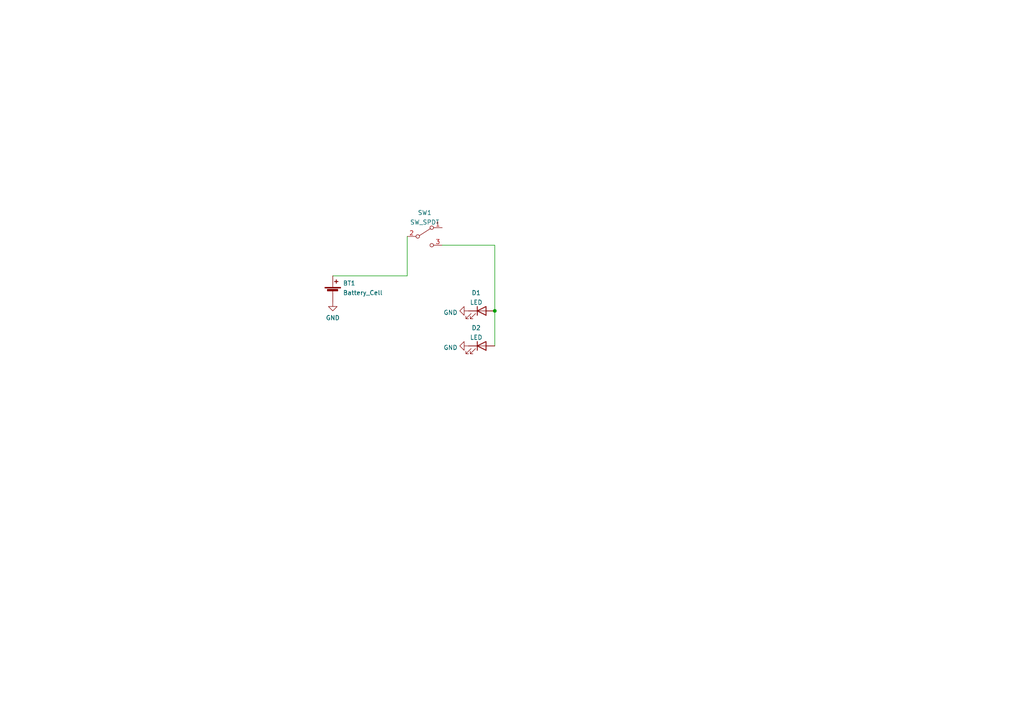
<source format=kicad_sch>
(kicad_sch (version 20211123) (generator eeschema)

  (uuid e63e39d7-6ac0-4ffd-8aa3-1841a4541b55)

  (paper "A4")

  (lib_symbols
    (symbol "Device:Battery_Cell" (pin_numbers hide) (pin_names (offset 0) hide) (in_bom yes) (on_board yes)
      (property "Reference" "BT" (id 0) (at 2.54 2.54 0)
        (effects (font (size 1.27 1.27)) (justify left))
      )
      (property "Value" "Battery_Cell" (id 1) (at 2.54 0 0)
        (effects (font (size 1.27 1.27)) (justify left))
      )
      (property "Footprint" "" (id 2) (at 0 1.524 90)
        (effects (font (size 1.27 1.27)) hide)
      )
      (property "Datasheet" "~" (id 3) (at 0 1.524 90)
        (effects (font (size 1.27 1.27)) hide)
      )
      (property "ki_keywords" "battery cell" (id 4) (at 0 0 0)
        (effects (font (size 1.27 1.27)) hide)
      )
      (property "ki_description" "Single-cell battery" (id 5) (at 0 0 0)
        (effects (font (size 1.27 1.27)) hide)
      )
      (symbol "Battery_Cell_0_1"
        (rectangle (start -2.286 1.778) (end 2.286 1.524)
          (stroke (width 0) (type default) (color 0 0 0 0))
          (fill (type outline))
        )
        (rectangle (start -1.5748 1.1938) (end 1.4732 0.6858)
          (stroke (width 0) (type default) (color 0 0 0 0))
          (fill (type outline))
        )
        (polyline
          (pts
            (xy 0 0.762)
            (xy 0 0)
          )
          (stroke (width 0) (type default) (color 0 0 0 0))
          (fill (type none))
        )
        (polyline
          (pts
            (xy 0 1.778)
            (xy 0 2.54)
          )
          (stroke (width 0) (type default) (color 0 0 0 0))
          (fill (type none))
        )
        (polyline
          (pts
            (xy 0.508 3.429)
            (xy 1.524 3.429)
          )
          (stroke (width 0.254) (type default) (color 0 0 0 0))
          (fill (type none))
        )
        (polyline
          (pts
            (xy 1.016 3.937)
            (xy 1.016 2.921)
          )
          (stroke (width 0.254) (type default) (color 0 0 0 0))
          (fill (type none))
        )
      )
      (symbol "Battery_Cell_1_1"
        (pin passive line (at 0 5.08 270) (length 2.54)
          (name "+" (effects (font (size 1.27 1.27))))
          (number "1" (effects (font (size 1.27 1.27))))
        )
        (pin passive line (at 0 -2.54 90) (length 2.54)
          (name "-" (effects (font (size 1.27 1.27))))
          (number "2" (effects (font (size 1.27 1.27))))
        )
      )
    )
    (symbol "Device:LED" (pin_numbers hide) (pin_names (offset 1.016) hide) (in_bom yes) (on_board yes)
      (property "Reference" "D" (id 0) (at 0 2.54 0)
        (effects (font (size 1.27 1.27)))
      )
      (property "Value" "LED" (id 1) (at 0 -2.54 0)
        (effects (font (size 1.27 1.27)))
      )
      (property "Footprint" "" (id 2) (at 0 0 0)
        (effects (font (size 1.27 1.27)) hide)
      )
      (property "Datasheet" "~" (id 3) (at 0 0 0)
        (effects (font (size 1.27 1.27)) hide)
      )
      (property "ki_keywords" "LED diode" (id 4) (at 0 0 0)
        (effects (font (size 1.27 1.27)) hide)
      )
      (property "ki_description" "Light emitting diode" (id 5) (at 0 0 0)
        (effects (font (size 1.27 1.27)) hide)
      )
      (property "ki_fp_filters" "LED* LED_SMD:* LED_THT:*" (id 6) (at 0 0 0)
        (effects (font (size 1.27 1.27)) hide)
      )
      (symbol "LED_0_1"
        (polyline
          (pts
            (xy -1.27 -1.27)
            (xy -1.27 1.27)
          )
          (stroke (width 0.254) (type default) (color 0 0 0 0))
          (fill (type none))
        )
        (polyline
          (pts
            (xy -1.27 0)
            (xy 1.27 0)
          )
          (stroke (width 0) (type default) (color 0 0 0 0))
          (fill (type none))
        )
        (polyline
          (pts
            (xy 1.27 -1.27)
            (xy 1.27 1.27)
            (xy -1.27 0)
            (xy 1.27 -1.27)
          )
          (stroke (width 0.254) (type default) (color 0 0 0 0))
          (fill (type none))
        )
        (polyline
          (pts
            (xy -3.048 -0.762)
            (xy -4.572 -2.286)
            (xy -3.81 -2.286)
            (xy -4.572 -2.286)
            (xy -4.572 -1.524)
          )
          (stroke (width 0) (type default) (color 0 0 0 0))
          (fill (type none))
        )
        (polyline
          (pts
            (xy -1.778 -0.762)
            (xy -3.302 -2.286)
            (xy -2.54 -2.286)
            (xy -3.302 -2.286)
            (xy -3.302 -1.524)
          )
          (stroke (width 0) (type default) (color 0 0 0 0))
          (fill (type none))
        )
      )
      (symbol "LED_1_1"
        (pin passive line (at -3.81 0 0) (length 2.54)
          (name "K" (effects (font (size 1.27 1.27))))
          (number "1" (effects (font (size 1.27 1.27))))
        )
        (pin passive line (at 3.81 0 180) (length 2.54)
          (name "A" (effects (font (size 1.27 1.27))))
          (number "2" (effects (font (size 1.27 1.27))))
        )
      )
    )
    (symbol "Switch:SW_SPDT" (pin_names (offset 0) hide) (in_bom yes) (on_board yes)
      (property "Reference" "SW" (id 0) (at 0 4.318 0)
        (effects (font (size 1.27 1.27)))
      )
      (property "Value" "SW_SPDT" (id 1) (at 0 -5.08 0)
        (effects (font (size 1.27 1.27)))
      )
      (property "Footprint" "" (id 2) (at 0 0 0)
        (effects (font (size 1.27 1.27)) hide)
      )
      (property "Datasheet" "~" (id 3) (at 0 0 0)
        (effects (font (size 1.27 1.27)) hide)
      )
      (property "ki_keywords" "switch single-pole double-throw spdt ON-ON" (id 4) (at 0 0 0)
        (effects (font (size 1.27 1.27)) hide)
      )
      (property "ki_description" "Switch, single pole double throw" (id 5) (at 0 0 0)
        (effects (font (size 1.27 1.27)) hide)
      )
      (symbol "SW_SPDT_0_0"
        (circle (center -2.032 0) (radius 0.508)
          (stroke (width 0) (type default) (color 0 0 0 0))
          (fill (type none))
        )
        (circle (center 2.032 -2.54) (radius 0.508)
          (stroke (width 0) (type default) (color 0 0 0 0))
          (fill (type none))
        )
      )
      (symbol "SW_SPDT_0_1"
        (polyline
          (pts
            (xy -1.524 0.254)
            (xy 1.651 2.286)
          )
          (stroke (width 0) (type default) (color 0 0 0 0))
          (fill (type none))
        )
        (circle (center 2.032 2.54) (radius 0.508)
          (stroke (width 0) (type default) (color 0 0 0 0))
          (fill (type none))
        )
      )
      (symbol "SW_SPDT_1_1"
        (pin passive line (at 5.08 2.54 180) (length 2.54)
          (name "A" (effects (font (size 1.27 1.27))))
          (number "1" (effects (font (size 1.27 1.27))))
        )
        (pin passive line (at -5.08 0 0) (length 2.54)
          (name "B" (effects (font (size 1.27 1.27))))
          (number "2" (effects (font (size 1.27 1.27))))
        )
        (pin passive line (at 5.08 -2.54 180) (length 2.54)
          (name "C" (effects (font (size 1.27 1.27))))
          (number "3" (effects (font (size 1.27 1.27))))
        )
      )
    )
    (symbol "power:GND" (power) (pin_names (offset 0)) (in_bom yes) (on_board yes)
      (property "Reference" "#PWR" (id 0) (at 0 -6.35 0)
        (effects (font (size 1.27 1.27)) hide)
      )
      (property "Value" "GND" (id 1) (at 0 -3.81 0)
        (effects (font (size 1.27 1.27)))
      )
      (property "Footprint" "" (id 2) (at 0 0 0)
        (effects (font (size 1.27 1.27)) hide)
      )
      (property "Datasheet" "" (id 3) (at 0 0 0)
        (effects (font (size 1.27 1.27)) hide)
      )
      (property "ki_keywords" "power-flag" (id 4) (at 0 0 0)
        (effects (font (size 1.27 1.27)) hide)
      )
      (property "ki_description" "Power symbol creates a global label with name \"GND\" , ground" (id 5) (at 0 0 0)
        (effects (font (size 1.27 1.27)) hide)
      )
      (symbol "GND_0_1"
        (polyline
          (pts
            (xy 0 0)
            (xy 0 -1.27)
            (xy 1.27 -1.27)
            (xy 0 -2.54)
            (xy -1.27 -1.27)
            (xy 0 -1.27)
          )
          (stroke (width 0) (type default) (color 0 0 0 0))
          (fill (type none))
        )
      )
      (symbol "GND_1_1"
        (pin power_in line (at 0 0 270) (length 0) hide
          (name "GND" (effects (font (size 1.27 1.27))))
          (number "1" (effects (font (size 1.27 1.27))))
        )
      )
    )
  )

  (junction (at 143.51 90.17) (diameter 0) (color 0 0 0 0)
    (uuid ebc4415c-8d4a-421a-8be3-ffc1aa524126)
  )

  (wire (pts (xy 96.52 80.01) (xy 118.11 80.01))
    (stroke (width 0) (type default) (color 0 0 0 0))
    (uuid 33a21ba8-7858-449f-82f5-cbfa2271ef38)
  )
  (wire (pts (xy 143.51 71.12) (xy 143.51 90.17))
    (stroke (width 0) (type default) (color 0 0 0 0))
    (uuid 4110e71c-ac60-4e49-a67d-42ff60f3a0ba)
  )
  (wire (pts (xy 143.51 90.17) (xy 143.51 100.33))
    (stroke (width 0) (type default) (color 0 0 0 0))
    (uuid 43cc368e-4915-491d-a959-587ee1a58f20)
  )
  (wire (pts (xy 118.11 80.01) (xy 118.11 68.58))
    (stroke (width 0) (type default) (color 0 0 0 0))
    (uuid 8b35786c-1ac8-42d8-9a5a-dad573bd0094)
  )
  (wire (pts (xy 128.27 71.12) (xy 143.51 71.12))
    (stroke (width 0) (type default) (color 0 0 0 0))
    (uuid 996c5414-4d36-42a5-a5a3-5c685d76f56d)
  )

  (symbol (lib_id "Switch:SW_SPDT") (at 123.19 68.58 0) (unit 1)
    (in_bom yes) (on_board yes) (fields_autoplaced)
    (uuid 25b39db8-8576-4473-b331-b912323e85f4)
    (property "Reference" "SW1" (id 0) (at 123.19 61.6925 0))
    (property "Value" "SW_SPDT" (id 1) (at 123.19 64.4676 0))
    (property "Footprint" "BadgePiratesCommon:SW_SPDT_PCM12" (id 2) (at 123.19 68.58 0)
      (effects (font (size 1.27 1.27)) hide)
    )
    (property "Datasheet" "~" (id 3) (at 123.19 68.58 0)
      (effects (font (size 1.27 1.27)) hide)
    )
    (pin "1" (uuid 0d678ff1-21aa-4e6f-ae06-abf24406f3c8))
    (pin "2" (uuid e7c8f673-e523-47ce-91b8-92cf1c7605ce))
    (pin "3" (uuid eb06cbed-9a37-40e7-bc33-37acd0ee650a))
  )

  (symbol (lib_id "power:GND") (at 135.89 100.33 270) (unit 1)
    (in_bom yes) (on_board yes) (fields_autoplaced)
    (uuid 6c8751cd-556c-475d-8442-c93aed400a10)
    (property "Reference" "#PWR0103" (id 0) (at 129.54 100.33 0)
      (effects (font (size 1.27 1.27)) hide)
    )
    (property "Value" "GND" (id 1) (at 132.7151 100.809 90)
      (effects (font (size 1.27 1.27)) (justify right))
    )
    (property "Footprint" "" (id 2) (at 135.89 100.33 0)
      (effects (font (size 1.27 1.27)) hide)
    )
    (property "Datasheet" "" (id 3) (at 135.89 100.33 0)
      (effects (font (size 1.27 1.27)) hide)
    )
    (pin "1" (uuid fb97fa38-e913-4813-bbb6-ec56f9359020))
  )

  (symbol (lib_id "power:GND") (at 135.89 90.17 270) (unit 1)
    (in_bom yes) (on_board yes) (fields_autoplaced)
    (uuid 84bc6553-e89b-4e2b-a228-bd1ade5ad5fb)
    (property "Reference" "#PWR0102" (id 0) (at 129.54 90.17 0)
      (effects (font (size 1.27 1.27)) hide)
    )
    (property "Value" "GND" (id 1) (at 132.7151 90.649 90)
      (effects (font (size 1.27 1.27)) (justify right))
    )
    (property "Footprint" "" (id 2) (at 135.89 90.17 0)
      (effects (font (size 1.27 1.27)) hide)
    )
    (property "Datasheet" "" (id 3) (at 135.89 90.17 0)
      (effects (font (size 1.27 1.27)) hide)
    )
    (pin "1" (uuid f39940f5-324d-4183-bee2-95daf1e93a8a))
  )

  (symbol (lib_id "Device:LED") (at 139.7 100.33 0) (unit 1)
    (in_bom yes) (on_board yes) (fields_autoplaced)
    (uuid d312a4d8-3900-420d-83df-acf2d1616827)
    (property "Reference" "D2" (id 0) (at 138.1125 95.0935 0))
    (property "Value" "LED" (id 1) (at 138.1125 97.8686 0))
    (property "Footprint" "BadgePiratesCommon:LED_Osram_Lx_P47F_D2mm_ReverseMount_MaskNoHole" (id 2) (at 139.7 100.33 0)
      (effects (font (size 1.27 1.27)) hide)
    )
    (property "Datasheet" "~" (id 3) (at 139.7 100.33 0)
      (effects (font (size 1.27 1.27)) hide)
    )
    (pin "1" (uuid dd7ae9c7-e47d-4f28-b899-d6d6d37bcbaf))
    (pin "2" (uuid 28fad468-16c1-495b-a9b8-03671489953a))
  )

  (symbol (lib_id "power:GND") (at 96.52 87.63 0) (unit 1)
    (in_bom yes) (on_board yes) (fields_autoplaced)
    (uuid d4f4f0b8-600f-472e-ac82-daaf189d59c0)
    (property "Reference" "#PWR0101" (id 0) (at 96.52 93.98 0)
      (effects (font (size 1.27 1.27)) hide)
    )
    (property "Value" "GND" (id 1) (at 96.52 92.1925 0))
    (property "Footprint" "" (id 2) (at 96.52 87.63 0)
      (effects (font (size 1.27 1.27)) hide)
    )
    (property "Datasheet" "" (id 3) (at 96.52 87.63 0)
      (effects (font (size 1.27 1.27)) hide)
    )
    (pin "1" (uuid 5be6c0d7-901a-4e27-a927-45a2078858ab))
  )

  (symbol (lib_id "Device:Battery_Cell") (at 96.52 85.09 0) (unit 1)
    (in_bom yes) (on_board yes) (fields_autoplaced)
    (uuid e5203297-b913-4288-a576-12a92185cb52)
    (property "Reference" "BT1" (id 0) (at 99.441 82.1495 0)
      (effects (font (size 1.27 1.27)) (justify left))
    )
    (property "Value" "Battery_Cell" (id 1) (at 99.441 84.9246 0)
      (effects (font (size 1.27 1.27)) (justify left))
    )
    (property "Footprint" "BadgePiratesCommon:BatteryHolder_MPD_BC2003_1x2032" (id 2) (at 96.52 83.566 90)
      (effects (font (size 1.27 1.27)) hide)
    )
    (property "Datasheet" "~" (id 3) (at 96.52 83.566 90)
      (effects (font (size 1.27 1.27)) hide)
    )
    (pin "1" (uuid c04386e0-b49e-4fff-b380-675af13a62cb))
    (pin "2" (uuid b9bb0e73-161a-4d06-b6eb-a9f66d8a95f5))
  )

  (symbol (lib_id "Device:LED") (at 139.7 90.17 0) (unit 1)
    (in_bom yes) (on_board yes) (fields_autoplaced)
    (uuid f5fdbe12-8908-4b4e-99cf-dfba67105b79)
    (property "Reference" "D1" (id 0) (at 138.1125 84.9335 0))
    (property "Value" "LED" (id 1) (at 138.1125 87.7086 0))
    (property "Footprint" "BadgePiratesCommon:LED_Osram_Lx_P47F_D2mm_ReverseMount_MaskNoHole" (id 2) (at 139.7 90.17 0)
      (effects (font (size 1.27 1.27)) hide)
    )
    (property "Datasheet" "~" (id 3) (at 139.7 90.17 0)
      (effects (font (size 1.27 1.27)) hide)
    )
    (pin "1" (uuid 8ce025a1-9853-4cfa-8a57-0f90476397e9))
    (pin "2" (uuid e13a898a-5de8-4d94-a80e-b064cdd01fc8))
  )

  (sheet_instances
    (path "/" (page "1"))
  )

  (symbol_instances
    (path "/d4f4f0b8-600f-472e-ac82-daaf189d59c0"
      (reference "#PWR0101") (unit 1) (value "GND") (footprint "")
    )
    (path "/84bc6553-e89b-4e2b-a228-bd1ade5ad5fb"
      (reference "#PWR0102") (unit 1) (value "GND") (footprint "")
    )
    (path "/6c8751cd-556c-475d-8442-c93aed400a10"
      (reference "#PWR0103") (unit 1) (value "GND") (footprint "")
    )
    (path "/e5203297-b913-4288-a576-12a92185cb52"
      (reference "BT1") (unit 1) (value "Battery_Cell") (footprint "BadgePiratesCommon:BatteryHolder_MPD_BC2003_1x2032")
    )
    (path "/f5fdbe12-8908-4b4e-99cf-dfba67105b79"
      (reference "D1") (unit 1) (value "LED") (footprint "BadgePiratesCommon:LED_Osram_Lx_P47F_D2mm_ReverseMount_MaskNoHole")
    )
    (path "/d312a4d8-3900-420d-83df-acf2d1616827"
      (reference "D2") (unit 1) (value "LED") (footprint "BadgePiratesCommon:LED_Osram_Lx_P47F_D2mm_ReverseMount_MaskNoHole")
    )
    (path "/25b39db8-8576-4473-b331-b912323e85f4"
      (reference "SW1") (unit 1) (value "SW_SPDT") (footprint "BadgePiratesCommon:SW_SPDT_PCM12")
    )
  )
)

</source>
